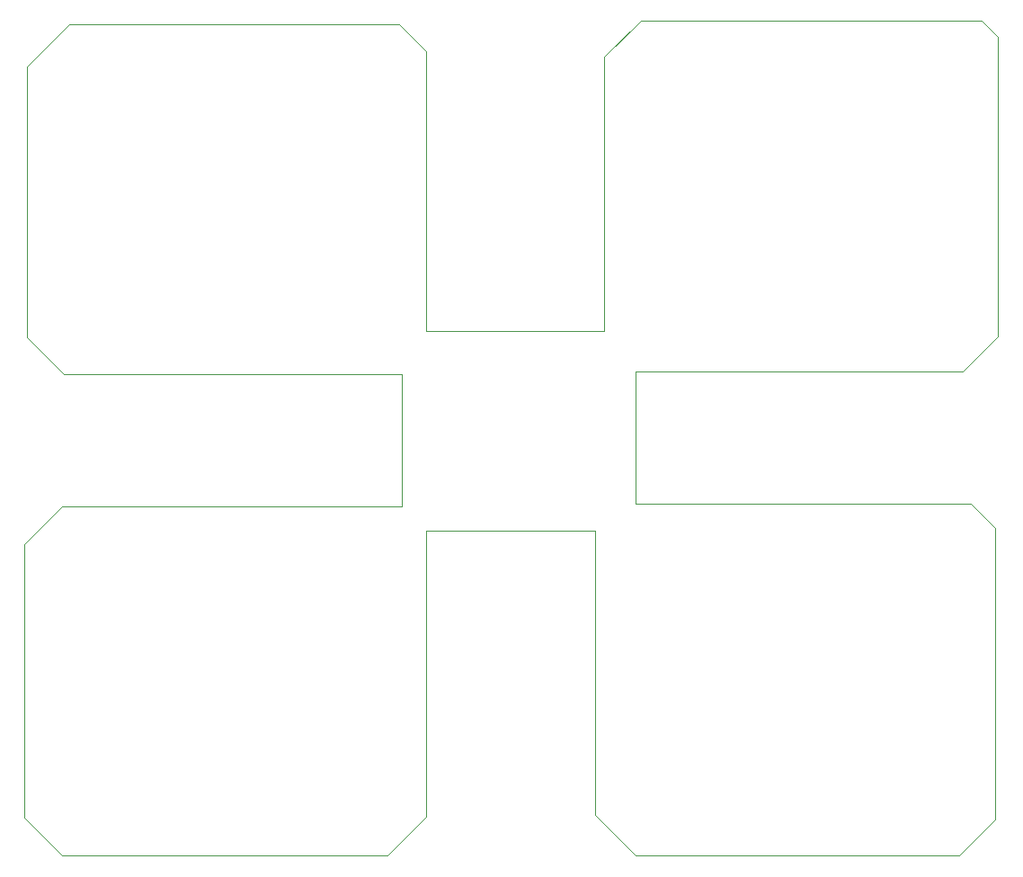
<source format=gm1>
G04 #@! TF.FileFunction,Profile,NP*
%FSLAX46Y46*%
G04 Gerber Fmt 4.6, Leading zero omitted, Abs format (unit mm)*
G04 Created by KiCad (PCBNEW 4.0.7) date Wed Sep 16 00:54:05 2020*
%MOMM*%
%LPD*%
G01*
G04 APERTURE LIST*
%ADD10C,0.150000*%
%ADD11C,0.050000*%
G04 APERTURE END LIST*
D10*
D11*
X165227000Y-65151000D02*
X134112000Y-65151000D01*
X167767000Y-67691000D02*
X165227000Y-65151000D01*
X167767000Y-93980000D02*
X167767000Y-67691000D01*
X184531000Y-93980000D02*
X167767000Y-93980000D01*
X184531000Y-68199000D02*
X184531000Y-93980000D01*
X187960000Y-64770000D02*
X184531000Y-68199000D01*
X220091000Y-64770000D02*
X187960000Y-64770000D01*
X221615000Y-66294000D02*
X220091000Y-64770000D01*
X221615000Y-94488000D02*
X221615000Y-66294000D01*
X218313000Y-97790000D02*
X221615000Y-94488000D01*
X187452000Y-97790000D02*
X218313000Y-97790000D01*
X187452000Y-110236000D02*
X187452000Y-97790000D01*
X219075000Y-110236000D02*
X187452000Y-110236000D01*
X221361000Y-112522000D02*
X219075000Y-110236000D01*
X221361000Y-139954000D02*
X221361000Y-112522000D01*
X217932000Y-143383000D02*
X221361000Y-139954000D01*
X187452000Y-143383000D02*
X217932000Y-143383000D01*
X183642000Y-139573000D02*
X187452000Y-143383000D01*
X183642000Y-112776000D02*
X183642000Y-139573000D01*
X167767000Y-112776000D02*
X183642000Y-112776000D01*
X167767000Y-139700000D02*
X167767000Y-112776000D01*
X164084000Y-143383000D02*
X167767000Y-139700000D01*
X133477000Y-143383000D02*
X164084000Y-143383000D01*
X129921000Y-139827000D02*
X133477000Y-143383000D01*
X129921000Y-114046000D02*
X129921000Y-139827000D01*
X133477000Y-110490000D02*
X129921000Y-114046000D01*
X165481000Y-110490000D02*
X133477000Y-110490000D01*
X165481000Y-98044000D02*
X165481000Y-110490000D01*
X133604000Y-98044000D02*
X165481000Y-98044000D01*
X130175000Y-94615000D02*
X133604000Y-98044000D01*
X130175000Y-69088000D02*
X130175000Y-94615000D01*
X134112000Y-65151000D02*
X130175000Y-69088000D01*
M02*

</source>
